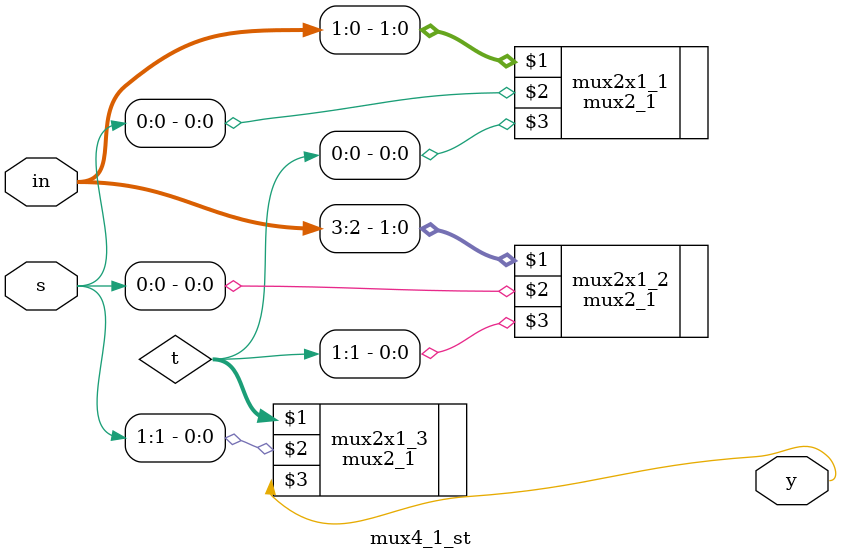
<source format=v>
module mux4_1_st(in,s,y);
input [3:0]in;
input[1:0]s;
output y;
wire [1:0]t;
mux2_1 mux2x1_1(in[1:0],s[0],t[0]);
mux2_1 mux2x1_2(in[3:2],s[0],t[1]);
mux2_1 mux2x1_3(t,s[1],y);
endmodule

</source>
